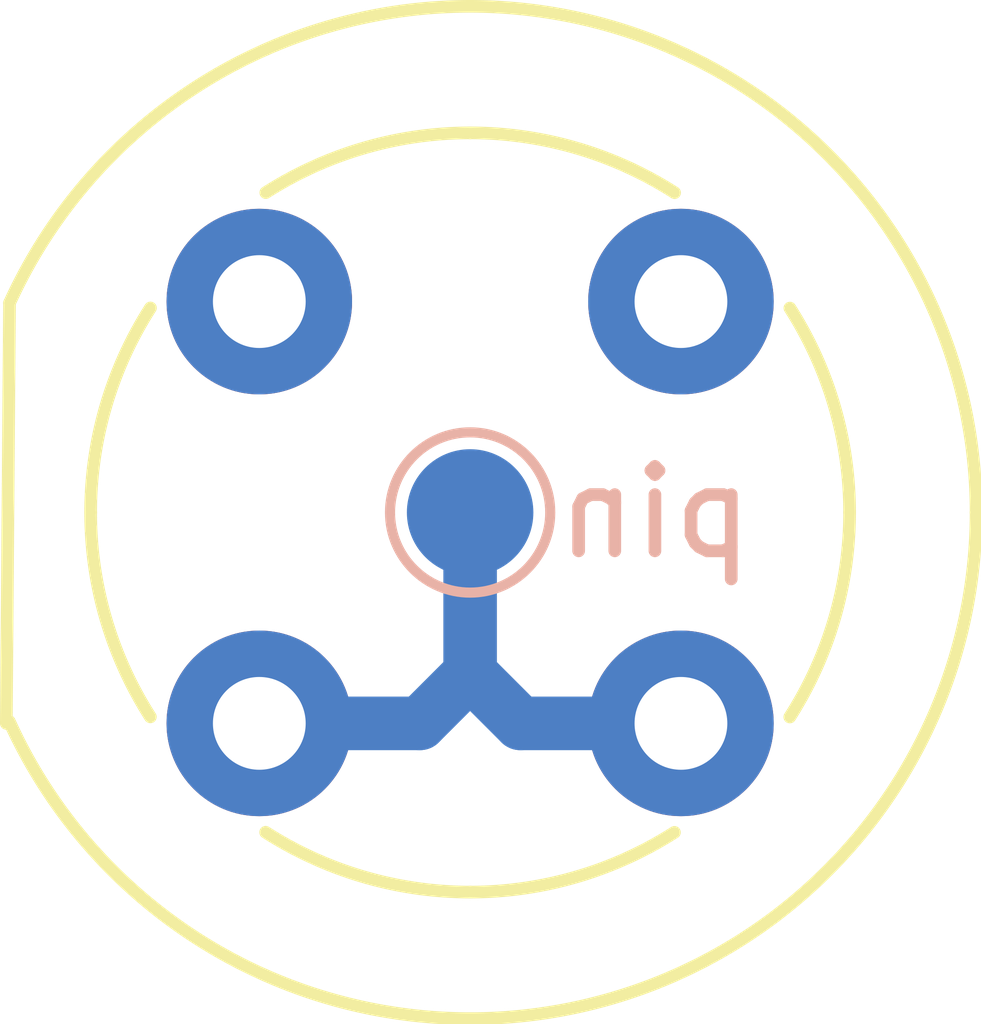
<source format=kicad_pcb>
(kicad_pcb (version 20171130) (host pcbnew "(5.1.9-0-10_14)")

  (general
    (thickness 1.6)
    (drawings 1)
    (tracks 5)
    (zones 0)
    (modules 2)
    (nets 3)
  )

  (page A4)
  (layers
    (0 F.Cu signal)
    (31 B.Cu signal)
    (32 B.Adhes user)
    (33 F.Adhes user)
    (34 B.Paste user)
    (35 F.Paste user)
    (36 B.SilkS user)
    (37 F.SilkS user)
    (38 B.Mask user)
    (39 F.Mask user)
    (40 Dwgs.User user)
    (41 Cmts.User user)
    (42 Eco1.User user)
    (43 Eco2.User user)
    (44 Edge.Cuts user)
    (45 Margin user)
    (46 B.CrtYd user hide)
    (47 F.CrtYd user hide)
    (48 B.Fab user hide)
    (49 F.Fab user hide)
  )

  (setup
    (last_trace_width 0.1524)
    (user_trace_width 0.1524)
    (user_trace_width 0.254)
    (user_trace_width 0.4064)
    (user_trace_width 0.635)
    (trace_clearance 0.1524)
    (zone_clearance 0.508)
    (zone_45_only no)
    (trace_min 0.1524)
    (via_size 0.6858)
    (via_drill 0.3048)
    (via_min_size 0.6858)
    (via_min_drill 0.3048)
    (uvia_size 0.3048)
    (uvia_drill 0.1524)
    (uvias_allowed no)
    (uvia_min_size 0.2)
    (uvia_min_drill 0.1)
    (edge_width 0.15)
    (segment_width 0.15)
    (pcb_text_width 0.3)
    (pcb_text_size 1.5 1.5)
    (mod_edge_width 0.15)
    (mod_text_size 1 1)
    (mod_text_width 0.15)
    (pad_size 1.524 1.524)
    (pad_drill 0.762)
    (pad_to_mask_clearance 0.2)
    (aux_axis_origin 0 0)
    (visible_elements FFFFFF7F)
    (pcbplotparams
      (layerselection 0x010fc_ffffffff)
      (usegerberextensions false)
      (usegerberattributes false)
      (usegerberadvancedattributes false)
      (creategerberjobfile false)
      (excludeedgelayer true)
      (linewidth 0.100000)
      (plotframeref false)
      (viasonmask false)
      (mode 1)
      (useauxorigin false)
      (hpglpennumber 1)
      (hpglpenspeed 20)
      (hpglpendiameter 15.000000)
      (psnegative false)
      (psa4output false)
      (plotreference true)
      (plotvalue true)
      (plotinvisibletext false)
      (padsonsilk false)
      (subtractmaskfromsilk false)
      (outputformat 1)
      (mirror false)
      (drillshape 1)
      (scaleselection 1)
      (outputdirectory ""))
  )

  (net 0 "")
  (net 1 +3V3)
  (net 2 "Net-(Pin0-Pad1)")

  (net_class Default "This is the default net class."
    (clearance 0.1524)
    (trace_width 0.1524)
    (via_dia 0.6858)
    (via_drill 0.3048)
    (uvia_dia 0.3048)
    (uvia_drill 0.1524)
    (diff_pair_width 0.1524)
    (diff_pair_gap 0.1524)
    (add_net +3V3)
    (add_net "Net-(Pin0-Pad1)")
  )

  (module TestPoint:TestPoint_Pad_D1.5mm (layer B.Cu) (tedit 5A0F774F) (tstamp 60B93F04)
    (at 0 0)
    (descr "SMD pad as test Point, diameter 1.5mm")
    (tags "test point SMD pad")
    (path /60B97905)
    (attr virtual)
    (fp_text reference Pin0 (at 0 1.648) (layer B.SilkS) hide
      (effects (font (size 1 1) (thickness 0.15)) (justify mirror))
    )
    (fp_text value TestPoint (at 0 -1.75) (layer B.Fab)
      (effects (font (size 1 1) (thickness 0.15)) (justify mirror))
    )
    (fp_circle (center 0 0) (end 0 -0.95) (layer B.SilkS) (width 0.12))
    (fp_circle (center 0 0) (end 1.25 0) (layer B.CrtYd) (width 0.05))
    (fp_text user %R (at 0 1.65) (layer B.Fab)
      (effects (font (size 1 1) (thickness 0.15)) (justify mirror))
    )
    (pad 1 smd circle (at 0 0) (size 1.5 1.5) (layers B.Cu B.Mask)
      (net 2 "Net-(Pin0-Pad1)"))
  )

  (module Switch_Thonk:SW_SPST_CKD6R locked (layer F.Cu) (tedit 60B9596D) (tstamp 60B9B5C5)
    (at 0 0)
    (path /5FD27819)
    (fp_text reference ZZ1 (at 0 7.2) (layer F.SilkS) hide
      (effects (font (size 1 1) (thickness 0.15)))
    )
    (fp_text value SW_Push_Dual (at 0 -7.1) (layer F.Fab)
      (effects (font (size 1 1) (thickness 0.15)))
    )
    (fp_line (start -5.462199 -2.482818) (end -5.5 2.5) (layer F.SilkS) (width 0.15))
    (fp_arc (start 0 0) (end 4.5 0) (angle -32.57405713) (layer F.SilkS) (width 0.15))
    (fp_arc (start 0 0) (end 4.5 0) (angle 32.6) (layer F.SilkS) (width 0.15))
    (fp_arc (start 0 0) (end 0 -4.5) (angle 32.6) (layer F.SilkS) (width 0.15))
    (fp_arc (start 0 0) (end 0 -4.5) (angle -32.57405713) (layer F.SilkS) (width 0.15))
    (fp_arc (start 0 0) (end -4.5 0) (angle -32.57405713) (layer F.SilkS) (width 0.15))
    (fp_arc (start 0 0) (end -4.5 0) (angle 32.6) (layer F.SilkS) (width 0.15))
    (fp_arc (start 0 0) (end 0 4.5) (angle -32.57405713) (layer F.SilkS) (width 0.15))
    (fp_arc (start 0 0) (end 0 4.5) (angle 32.6) (layer F.SilkS) (width 0.15))
    (fp_arc (start 0 0) (end 6 0) (angle -155.5560452) (layer F.SilkS) (width 0.15))
    (fp_arc (start 0 0) (end 6 0) (angle 155.6) (layer F.SilkS) (width 0.15))
    (pad 2 thru_hole circle (at -2.5 2.5) (size 2.2 2.2) (drill 1.1) (layers *.Cu *.Mask)
      (net 2 "Net-(Pin0-Pad1)"))
    (pad 1 thru_hole circle (at -2.5 -2.5) (size 2.2 2.2) (drill 1.1) (layers *.Cu *.Mask)
      (net 1 +3V3))
    (pad 1 thru_hole circle (at 2.5 -2.5) (size 2.2 2.2) (drill 1.1) (layers *.Cu *.Mask)
      (net 1 +3V3))
    (pad 2 thru_hole circle (at 2.5 2.5) (size 2.2 2.2) (drill 1.1) (layers *.Cu *.Mask)
      (net 2 "Net-(Pin0-Pad1)"))
  )

  (gr_text pin (at 0.95 0) (layer B.SilkS)
    (effects (font (size 1 1) (thickness 0.15)) (justify right mirror))
  )

  (segment (start -0.595 2.5) (end -2.5 2.5) (width 0.635) (layer B.Cu) (net 2))
  (segment (start 0 1.905) (end -0.595 2.5) (width 0.635) (layer B.Cu) (net 2))
  (segment (start 0 0) (end 0 1.905) (width 0.635) (layer B.Cu) (net 2))
  (segment (start 0.595 2.5) (end 2.5 2.5) (width 0.635) (layer B.Cu) (net 2))
  (segment (start 0 1.905) (end 0.595 2.5) (width 0.635) (layer B.Cu) (net 2))

)

</source>
